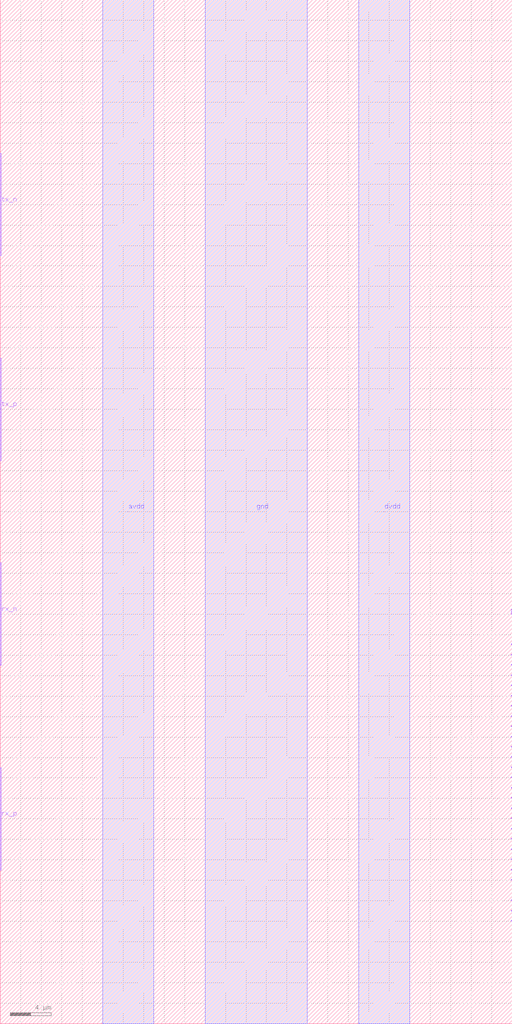
<source format=lef>
VERSION 5.6 ;
BUSBITCHARS "[]" ;
DIVIDERCHAR "/" ;

MACRO example_transceiver
    CLASS BLOCK ;
    ORIGIN 0 0 ;
    FOREIGN example_transceiver 0 0 ;
    SIZE 50 BY 100 ;
    SYMMETRY X Y R90 ;

    PIN fastClk
        DIRECTION INPUT ;
        USE SIGNAL ;
        PORT
            LAYER M4 ;
            RECT 50 10 49.9 10.1 ;
        END
    END fastClk

    PIN slowClk
        DIRECTION OUTPUT ;
        USE SIGNAL ;
        PORT
            LAYER M4 ;
            RECT 50 11 49.9 11.1 ;
        END
    END slowClk

    PIN reset
        DIRECTION INPUT ;
        USE SIGNAL ;
        PORT
            LAYER M4 ;
            RECT 50 12 49.9 12.1 ;
        END
    END reset

    PIN rx_p
        DIRECTION INPUT ;
        USE SIGNAL ;
        PORT
            LAYER M4 ;
            RECT 0 15 0.1 25 ;
        END
    END rx_p

    PIN rx_n
        DIRECTION INPUT ;
        USE SIGNAL ;
        PORT
            LAYER M4 ;
            RECT 0 35 0.1 45 ;
        END
    END rx_n

    PIN tx_p
        DIRECTION OUTPUT ;
        USE SIGNAL ;
        PORT
            LAYER M4 ;
            RECT 0 55 0.1 65 ;
        END
    END tx_p

    PIN tx_n
        DIRECTION OUTPUT ;
        USE SIGNAL ;
        PORT
            LAYER M4 ;
            RECT 0 75 0.1 85 ;
        END
    END tx_n

    PIN data_tx[0]
        DIRECTION INPUT ;
        USE SIGNAL ;
        PORT
            RECT 50 13 49.9 13.1 ;
        END
    END data_tx[0]

    PIN data_tx[1]
        DIRECTION INPUT ;
        USE SIGNAL ;
        PORT
            LAYER M4 ;
            RECT 50 14 49.9 14.1 ;
        END
    END data_tx[1]

    PIN data_tx[2]
        DIRECTION INPUT ;
        USE SIGNAL ;
        PORT
            LAYER M4 ;
            RECT 50 15 49.9 15.1 ;
        END
    END data_tx[2]

    PIN data_tx[3]
        DIRECTION INPUT ;
        USE SIGNAL ;
        PORT
            LAYER M4 ;
            RECT 50 16 49.9 16.1 ;
        END
    END data_tx[3]

    PIN data_tx[4]
        DIRECTION INPUT ;
        USE SIGNAL ;
        PORT
            LAYER M4 ;
            RECT 50 17 49.9 17.1 ;
        END
    END data_tx[4]

    PIN data_tx[5]
        DIRECTION INPUT ;
        USE SIGNAL ;
        PORT
            LAYER M4 ;
            RECT 50 18 49.9 18.1 ;
        END
    END data_tx[5]

    PIN data_tx[6]
        DIRECTION INPUT ;
        USE SIGNAL ;
        PORT
            LAYER M4 ;
            RECT 50 19 49.9 19.1 ;
        END
    END data_tx[6]

    PIN data_tx[7]
        DIRECTION INPUT ;
        USE SIGNAL ;
        PORT
            LAYER M4 ;
            RECT 50 20 49.9 20.1 ;
        END
    END data_tx[7]

    PIN data_tx[8]
        DIRECTION INPUT ;
        USE SIGNAL ;
        PORT
            LAYER M4 ;
            RECT 50 21 49.9 21.1 ;
        END
    END data_tx[8]

    PIN data_tx[9]
        DIRECTION INPUT ;
        USE SIGNAL ;
        PORT
            LAYER M4 ;
            RECT 50 22 49.9 22.1 ;
        END
    END data_tx[9]

    PIN data_rx[0]
        DIRECTION OUTPUT ;
        USE SIGNAL ;
        PORT
            LAYER M4 ;
            RECT 50 23 49.9 23.1 ;
        END
    END data_rx[0]

    PIN data_rx[1]
        DIRECTION OUTPUT ;
        USE SIGNAL ;
        PORT
            LAYER M4 ;
            RECT 50 24 49.9 24.1 ;
        END
    END data_rx[1]

    PIN data_rx[2]
        DIRECTION OUTPUT ;
        USE SIGNAL ;
        PORT
            LAYER M4 ;
            RECT 50 25 49.9 25.1 ;
        END
    END data_rx[2]

    PIN data_rx[3]
        DIRECTION OUTPUT ;
        USE SIGNAL ;
        PORT
            LAYER M4 ;
            RECT 50 26 49.9 26.1 ;
        END
    END data_rx[3]

    PIN data_rx[4]
        DIRECTION OUTPUT ;
        USE SIGNAL ;
        PORT
            LAYER M4 ;
            RECT 50 27 49.9 27.1 ;
        END
    END data_rx[4]

    PIN data_rx[5]
        DIRECTION OUTPUT ;
        USE SIGNAL ;
        PORT
            LAYER M4 ;
            RECT 50 28 49.9 28.1 ;
        END
    END data_rx[5]

    PIN data_rx[6]
        DIRECTION OUTPUT ;
        USE SIGNAL ;
        PORT
            LAYER M4 ;
            RECT 50 29 49.9 29.1 ;
        END
    END data_rx[6]

    PIN data_rx[7]
        DIRECTION OUTPUT ;
        USE SIGNAL ;
        PORT
            LAYER M4 ;
            RECT 50 30 49.9 30.1 ;
        END
    END data_rx[7]

    PIN data_rx[8]
        DIRECTION OUTPUT ;
        USE SIGNAL ;
        PORT
            LAYER M4 ;
            RECT 50 31 49.9 31.1 ;
        END
    END data_rx[8]

    PIN data_rx[9]
        DIRECTION OUTPUT ;
        USE SIGNAL ;
        PORT
            LAYER M4 ;
            RECT 50 32 49.9 32.1 ;
        END
    END data_rx[9]

    PIN extraInputs_txSwing[0]
        DIRECTION INPUT ;
        USE SIGNAL ;
        PORT
            LAYER M4 ;
            RECT 50 33 49.9 33.1 ;
        END
    END extraInputs_txSwing[0]

    PIN extraInputs_txSwing[1]
        DIRECTION INPUT ;
        USE SIGNAL ;
        PORT
            LAYER M4 ;
            RECT 50 34 49.9 34.1 ;
        END
    END extraInputs_txSwing[1]

    PIN extraInputs_txSwing[2]
        DIRECTION INPUT ;
        USE SIGNAL ;
        PORT
            LAYER M4 ;
            RECT 50 35 49.9 35.1 ;
        END
    END extraInputs_txSwing[2]

    PIN extraInputs_txSwing[3]
        DIRECTION INPUT ;
        USE SIGNAL ;
        PORT
            LAYER M4 ;
            RECT 50 36 49.9 36.1 ;
        END
    END extraInputs_txSwing[3]

    PIN extraInputs_cdrMode
        DIRECTION INPUT ;
        USE SIGNAL ;
        PORT
            LAYER M4 ;
            RECT 50 37 49.9 37.1 ;
        END
    END extraInputs_cdrMode

    PIN iref
        DIRECTION INPUT ;
        USE SIGNAL ;
        PORT
            LAYER M4 ;
            RECT 50 40 49.9 40.5 ;
        END
    END iref

    PIN avdd
        DIRECTION INOUT ;
        USE POWER ;
        PORT
            LAYER M5 ;
            RECT 10 0 15 100 ;
        END
    END avdd

    PIN dvdd
        DIRECTION INOUT ;
        USE POWER ;
        PORT
            LAYER M5 ;
            RECT 35 0 40 100 ;
        END
    END dvdd

    PIN gnd
        DIRECTION INOUT ;
        USE GROUND ;
        PORT
            LAYER M5 ;
            RECT 20 0 30 100 ;
        END
    END gnd

END example_transceiver

MACRO example_reference_generator
    CLASS BLOCK ;
    ORIGIN 0 0 ;
    FOREIGN example_reference_generator 0 0 ;
    SIZE 10 BY 10 ;
    SYMMETRY X Y R90 ;

    PIN irefOut[0]
        DIRECTION OUTPUT ;
        USE SIGNAL ;
        PORT
            LAYER M4 ;
            RECT 10 1.0 9.9 1.5 ;
        END
    END irefOut[0]

    PIN irefOut[1]
        DIRECTION OUTPUT ;
        USE SIGNAL ;
        PORT
            LAYER M4 ;
            RECT 10 2.0 9.9 2.5 ;
        END
    END irefOut[1]

    PIN irefOut[2]
        DIRECTION OUTPUT ;
        USE SIGNAL ;
        PORT
            LAYER M4 ;
            RECT 10 3.0 9.9 3.5 ;
        END
    END irefOut[2]

    PIN irefOut[3]
        DIRECTION OUTPUT ;
        USE SIGNAL ;
        PORT
            LAYER M4 ;
            RECT 10 4.0 9.9 4.5 ;
        END
    END irefOut[3]

    PIN irefOut[4]
        DIRECTION OUTPUT ;
        USE SIGNAL ;
        PORT
            LAYER M4 ;
            RECT 10 5.0 9.9 5.5 ;
        END
    END irefOut[4]

    PIN irefOut[5]
        DIRECTION OUTPUT ;
        USE SIGNAL ;
        PORT
            LAYER M4 ;
            RECT 10 6.0 9.9 6.5 ;
        END
    END irefOut[5]

    PIN irefOut[6]
        DIRECTION OUTPUT ;
        USE SIGNAL ;
        PORT
            LAYER M4 ;
            RECT 10 7.0 9.9 7.5 ;
        END
    END irefOut[6]

    PIN irefOut[7]
        DIRECTION OUTPUT ;
        USE SIGNAL ;
        PORT
            LAYER M4 ;
            RECT 10 8.0 9.9 8.5 ;
        END
    END irefOut[7]

    PIN irefIn
        DIRECTION INPUT ;
        USE SIGNAL ;
        PORT
            LAYER M4 ;
            RECT 0 1.0 0.1 1.5 ;
        END
    END irefIn

    PIN config_mirrorMultiplier[0]
        DIRECTION INPUT ;
        USE SIGNAL ;
        PORT
            LAYER M4 ;
            RECT 0 2.0 0.1 2.1 ;
        END
    END config_mirrorMultiplier[0]

    PIN config_mirrorMultiplier[1]
        DIRECTION INPUT ;
        USE SIGNAL ;
        PORT
            LAYER M4 ;
            RECT 0 3.0 0.1 3.1 ;
        END
    END config_mirrorMultiplier[1]

    PIN avdd
        DIRECTION INOUT ;
        USE POWER ;
        PORT
            LAYER M5 ;
            RECT 1 0 2 10 ;
        END
    END avdd

    PIN gnd
        DIRECTION INOUT ;
        USE GROUND ;
        PORT
            LAYER M5 ;
            RECT 3 0 4 10 ;
        END
    END gnd

END example_reference_generator


END LIBRARY

</source>
